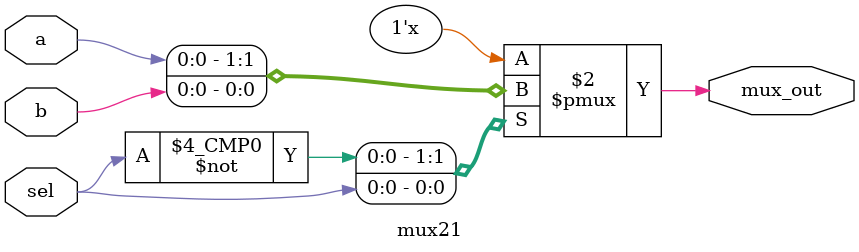
<source format=v>
module mux21 (a,b,sel,mux_out);
    input a,b,sel;
    output reg mux_out;
   

    always @(*) begin
        case (sel)
            1'b0: mux_out = a;
            1'b1: mux_out = b; 
            default: mux_out = 0;
        endcase     
    end
endmodule



</source>
